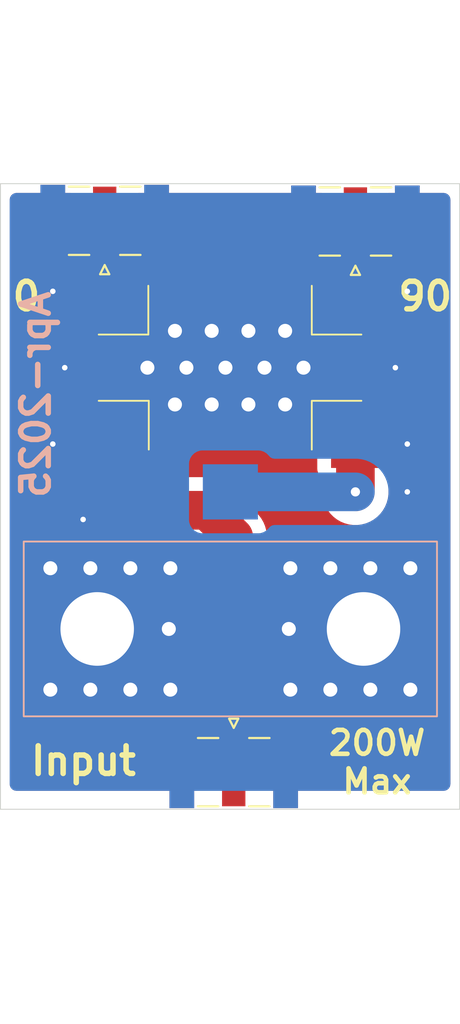
<source format=kicad_pcb>
(kicad_pcb (version 20240108) (generator "pcbnew") (generator_version "8.0")
  (layers (0 "F.Cu" signal) (31 "B.Cu" signal) (34 "B.Paste" user) (35 "F.Paste" user) (36 "B.SilkS" user "B.Silkscreen") (37 "F.SilkS" user "F.Silkscreen") (38 "B.Mask" user) (39 "F.Mask" user) (44 "Edge.Cuts" user))
  (net 0 "")
  (net 1 "GND")
  (net 2 "Net-(J0-In)")
  (net 3 "Net-(J90-In)")
  (net 4 "Net-(JIn1-In)")
  (net 5 "Net-(U1-ISO)")
  (footprint "Connector_Coaxial:SMA_Samtec_SMA-J-P-X-ST-EM1_EdgeMount" (layer "F.Cu") (at 139.325 108.2 180)
    (property "Reference" "J90" (hide yes))
    (property "Value" "~" (hide yes))
    (fp_line (start 0.84 2) (end 1.95 2) (stroke (width 0.12)) (layer "F.SilkS"))
    (fp_line (start 0.84 -1.71) (end 1.95 -1.71) (stroke (width 0.12)) (layer "F.SilkS"))
    (fp_line (start 0.25 -2.76) (end -0.25 -2.76) (stroke (width 0.12)) (layer "F.SilkS"))
    (fp_line (start 0 -2.26) (end 0.25 -2.76) (stroke (width 0.12)) (layer "F.SilkS"))
    (fp_line (start -0.25 -2.76) (end 0 -2.26) (stroke (width 0.12)) (layer "F.SilkS"))
    (fp_line (start -1.95 2) (end -0.84 2) (stroke (width 0.12)) (layer "F.SilkS"))
    (fp_line (start -1.95 -1.71) (end -0.84 -1.71) (stroke (width 0.12)) (layer "F.SilkS"))
    (pad "1" smd rect (at 0 0.2 180) (size 1.27 3.6) (layers "F.Cu" "F.Paste" "F.Mask") (net 3 "Net-(J90-In)"))
    (pad "2" smd rect (at -2.825 0 180) (size 1.35 4.2) (layers "F.Cu" "F.Paste" "F.Mask") (net 1 "GND"))
    (pad "2" smd rect (at -2.825 0 180) (size 1.35 4.2) (layers "B.Cu" "B.Paste" "B.Mask") (net 1 "GND"))
    (pad "2" smd rect (at 2.825 0 180) (size 1.35 4.2) (layers "F.Cu" "F.Paste" "F.Mask") (net 1 "GND"))
    (pad "2" smd rect (at 2.825 0 180) (size 1.35 4.2) (layers "B.Cu" "B.Paste" "B.Mask") (net 1 "GND"))
  )
  (footprint "Connector_Coaxial:SMA_Samtec_SMA-J-P-X-ST-EM1_EdgeMount" (layer "F.Cu") (at 125.675 108.1625 180)
    (property "Reference" "J0" (hide yes))
    (property "Value" "~" (hide yes))
    (fp_line (start 0.84 2) (end 1.95 2) (stroke (width 0.12)) (layer "F.SilkS"))
    (fp_line (start 0.84 -1.71) (end 1.95 -1.71) (stroke (width 0.12)) (layer "F.SilkS"))
    (fp_line (start 0.25 -2.76) (end -0.25 -2.76) (stroke (width 0.12)) (layer "F.SilkS"))
    (fp_line (start 0 -2.26) (end 0.25 -2.76) (stroke (width 0.12)) (layer "F.SilkS"))
    (fp_line (start -0.25 -2.76) (end 0 -2.26) (stroke (width 0.12)) (layer "F.SilkS"))
    (fp_line (start -1.95 2) (end -0.84 2) (stroke (width 0.12)) (layer "F.SilkS"))
    (fp_line (start -1.95 -1.71) (end -0.84 -1.71) (stroke (width 0.12)) (layer "F.SilkS"))
    (pad "1" smd rect (at 0 0.2 180) (size 1.27 3.6) (layers "F.Cu" "F.Paste" "F.Mask") (net 2 "Net-(J0-In)"))
    (pad "2" smd rect (at -2.825 0 180) (size 1.35 4.2) (layers "F.Cu" "F.Paste" "F.Mask") (net 1 "GND"))
    (pad "2" smd rect (at -2.825 0 180) (size 1.35 4.2) (layers "B.Cu" "B.Paste" "B.Mask") (net 1 "GND"))
    (pad "2" smd rect (at 2.825 0 180) (size 1.35 4.2) (layers "F.Cu" "F.Paste" "F.Mask") (net 1 "GND"))
    (pad "2" smd rect (at 2.825 0 180) (size 1.35 4.2) (layers "B.Cu" "B.Paste" "B.Mask") (net 1 "GND"))
  )
  (footprint "Connector_Coaxial:SMA_Samtec_SMA-J-P-X-ST-EM1_EdgeMount" (layer "F.Cu") (at 132.7 137.8375)
    (property "Reference" "JIn1" (hide yes))
    (property "Value" "~")
    (fp_line (start -1.95 -1.71) (end -0.84 -1.71) (stroke (width 0.12)) (layer "F.SilkS"))
    (fp_line (start -1.95 2) (end -0.84 2) (stroke (width 0.12)) (layer "F.SilkS"))
    (fp_line (start -0.25 -2.76) (end 0 -2.26) (stroke (width 0.12)) (layer "F.SilkS"))
    (fp_line (start 0 -2.26) (end 0.25 -2.76) (stroke (width 0.12)) (layer "F.SilkS"))
    (fp_line (start 0.25 -2.76) (end -0.25 -2.76) (stroke (width 0.12)) (layer "F.SilkS"))
    (fp_line (start 0.84 -1.71) (end 1.95 -1.71) (stroke (width 0.12)) (layer "F.SilkS"))
    (fp_line (start 0.84 2) (end 1.95 2) (stroke (width 0.12)) (layer "F.SilkS"))
    (pad "1" smd rect (at 0 0.2) (size 1.27 3.6) (layers "F.Cu" "F.Paste" "F.Mask") (net 4 "Net-(JIn1-In)"))
    (pad "2" smd rect (at -2.825 0) (size 1.35 4.2) (layers "F.Cu" "F.Paste" "F.Mask") (net 1 "GND"))
    (pad "2" smd rect (at -2.825 0) (size 1.35 4.2) (layers "B.Cu" "B.Paste" "B.Mask") (net 1 "GND"))
    (pad "2" smd rect (at 2.825 0) (size 1.35 4.2) (layers "F.Cu" "F.Paste" "F.Mask") (net 1 "GND"))
    (pad "2" smd rect (at 2.825 0) (size 1.35 4.2) (layers "B.Cu" "B.Paste" "B.Mask") (net 1 "GND"))
  )
  (footprint "Footprints:CMX03A03" (layer "F.Cu") (at 132.5 116)
    (property "Reference" "U1" (hide yes))
    (property "Value" "~" (hide yes))
    (fp_line (start -7.15 -1.8) (end -4.45 -1.8) (stroke (width 0.1)) (layer "F.SilkS"))
    (fp_line (start -4.45 -1.8) (end -4.45 -4.45) (stroke (width 0.1)) (layer "F.SilkS"))
    (fp_line (start -4.425 1.8) (end -7.15 1.8) (stroke (width 0.1)) (layer "F.SilkS"))
    (fp_line (start -4.425 4.45) (end -4.425 1.8) (stroke (width 0.1)) (layer "F.SilkS"))
    (fp_line (start 4.45 -4.45) (end 4.45 -1.8) (stroke (width 0.1)) (layer "F.SilkS"))
    (fp_line (start 4.45 -1.8) (end 7.15 -1.8) (stroke (width 0.1)) (layer "F.SilkS"))
    (fp_line (start 4.45 1.8) (end 4.45 4.45) (stroke (width 0.1)) (layer "F.SilkS"))
    (fp_line (start 7.15 1.8) (end 4.5 1.8) (stroke (width 0.1)) (layer "F.SilkS"))
    (pad "1" smd rect (at -6.825 -4.15 270) (size 2.6 2.65) (layers "F.Cu" "F.Paste" "F.Mask") (net 2 "Net-(J0-In)"))
    (pad "2" smd rect (at 6.825 -4.15 270) (size 2.6 2.65) (layers "F.Cu" "F.Paste" "F.Mask") (net 3 "Net-(J90-In)"))
    (pad "3" smd rect (at -6.825 4.15 270) (size 2.6 2.65) (layers "F.Cu" "F.Paste" "F.Mask") (net 4 "Net-(JIn1-In)"))
    (pad "4" smd rect (at 6.825 4.15 270) (size 2.6 2.65) (layers "F.Cu" "F.Paste" "F.Mask") (net 5 "Net-(U1-ISO)"))
    (pad "5" smd rect (at -7.15 0) (size 2 2) (layers "F.Cu" "F.Paste" "F.Mask") (net 1 "GND"))
    (pad "5" smd rect (at -6 0) (size 1.05 0.35) (layers "F.Cu" "F.Mask") (net 1 "GND"))
    (pad "5" thru_hole circle (at -4.5 0) (size 1.524 1.524) (drill 0.762) (layers "*.Cu" "*.Mask") (net 1 "GND"))
    (pad "5" thru_hole circle (at -3 -2) (size 1.524 1.524) (drill 0.762) (layers "*.Cu" "*.Mask") (net 1 "GND"))
    (pad "5" thru_hole circle (at -3 2) (size 1.524 1.524) (drill 0.762) (layers "*.Cu" "*.Mask") (net 1 "GND"))
    (pad "5" smd rect (at -2.925 -4.45 270) (size 2 2) (layers "F.Cu" "F.Paste" "F.Mask") (net 1 "GND"))
    (pad "5" smd rect (at -2.925 -3.25 90) (size 0.75 0.35) (layers "F.Cu" "F.Mask") (net 1 "GND"))
    (pad "5" smd rect (at -2.925 3.25 90) (size 0.75 0.35) (layers "F.Cu" "F.Mask") (net 1 "GND"))
    (pad "5" smd rect (at -2.925 4.45 270) (size 2 2) (layers "F.Cu" "F.Paste" "F.Mask") (net 1 "GND"))
    (pad "5" thru_hole circle (at -2.375 0) (size 1.524 1.524) (drill 0.762) (layers "*.Cu" "*.Mask") (net 1 "GND"))
    (pad "5" thru_hole circle (at -1 -2) (size 1.524 1.524) (drill 0.762) (layers "*.Cu" "*.Mask") (net 1 "GND"))
    (pad "5" thru_hole circle (at -1 2) (size 1.524 1.524) (drill 0.762) (layers "*.Cu" "*.Mask") (net 1 "GND"))
    (pad "5" thru_hole circle (at -0.25 0) (size 1.524 1.524) (drill 0.762) (layers "*.Cu" "*.Mask") (net 1 "GND"))
    (pad "5" smd rect (at -0.15 0.0125) (size 11.1 3.2) (layers "F.Cu" "F.Mask") (net 1 "GND"))
    (pad "5" smd custom (at 0 0 270) (size 6 8.25) (layers "F.Cu" "F.Mask") (net 1 "GND") (options (clearance outline) (anchor rect)) (primitives))
    (pad "5" thru_hole circle (at 1 -2) (size 1.524 1.524) (drill 0.762) (layers "*.Cu" "*.Mask") (net 1 "GND"))
    (pad "5" thru_hole circle (at 1 2) (size 1.524 1.524) (drill 0.762) (layers "*.Cu" "*.Mask") (net 1 "GND"))
    (pad "5" thru_hole circle (at 1.875 0) (size 1.524 1.524) (drill 0.762) (layers "*.Cu" "*.Mask") (net 1 "GND"))
    (pad "5" smd rect (at 2.95 -4.45 270) (size 2 2) (layers "F.Cu" "F.Paste" "F.Mask") (net 1 "GND"))
    (pad "5" smd rect (at 2.95 -3.25 90) (size 0.75 0.35) (layers "F.Cu" "F.Mask") (net 1 "GND"))
    (pad "5" smd rect (at 2.95 3.25 90) (size 0.75 0.35) (layers "F.Cu" "F.Mask") (net 1 "GND"))
    (pad "5" smd rect (at 2.95 4.45 270) (size 2 2) (layers "F.Cu" "F.Paste" "F.Mask") (net 1 "GND"))
    (pad "5" thru_hole circle (at 3 -2) (size 1.524 1.524) (drill 0.762) (layers "*.Cu" "*.Mask") (net 1 "GND"))
    (pad "5" thru_hole circle (at 3 2) (size 1.524 1.524) (drill 0.762) (layers "*.Cu" "*.Mask") (net 1 "GND"))
    (pad "5" thru_hole circle (at 4 0) (size 1.524 1.524) (drill 0.762) (layers "*.Cu" "*.Mask") (net 1 "GND"))
    (pad "5" smd rect (at 5.75 0) (size 1.05 0.35) (layers "F.Cu" "F.Mask") (net 1 "GND"))
    (pad "5" smd rect (at 7.15 0) (size 2 2) (layers "F.Cu" "F.Paste" "F.Mask") (net 1 "GND"))
  )
  (footprint "Footprints:G150N_Middle" (layer "B.Cu") (at 132.516662 130.75 180)
    (property "Reference" "R1" (hide yes))
    (property "Value" "G150N" (hide yes))
    (fp_rect (start -11.25 5.3) (end 11.25 -4.2) (stroke (width 0.1)) (fill none) (layer "B.SilkS"))
    (pad "1" smd rect (at 0 8 270) (size 3 3) (layers "B.Cu" "B.Paste" "B.Mask") (net 5 "Net-(U1-ISO)"))
    (pad "2" thru_hole circle (at -9.8 -2.75 180) (size 1.524 1.524) (drill 0.762) (layers "*.Cu" "*.Mask") (net 1 "GND"))
    (pad "2" thru_hole circle (at -9.8 3.85 180) (size 1.524 1.524) (drill 0.762) (layers "*.Cu" "*.Mask") (net 1 "GND"))
    (pad "2" thru_hole circle (at -7.622223 -2.75 180) (size 1.524 1.524) (drill 0.762) (layers "*.Cu" "*.Mask") (net 1 "GND"))
    (pad "2" thru_hole circle (at -7.622223 3.85 180) (size 1.524 1.524) (drill 0.762) (layers "*.Cu" "*.Mask") (net 1 "GND"))
    (pad "2" thru_hole circle (at -7.25 0.55 270) (size 5 5) (drill 4) (layers "*.Cu" "*.Mask") (net 1 "GND"))
    (pad "2" smd rect (at -6.75 0.3 270) (size 8.9 8.9) (layers "F.Cu" "F.Mask") (net 1 "GND"))
    (pad "2" smd rect (at -6.75 0.3 270) (size 8.9 8.9) (layers "B.Cu" "B.Mask") (net 1 "GND"))
    (pad "2" thru_hole circle (at -5.444446 -2.75 180) (size 1.524 1.524) (drill 0.762) (layers "*.Cu" "*.Mask") (net 1 "GND"))
    (pad "2" thru_hole circle (at -5.444446 3.85 180) (size 1.524 1.524) (drill 0.762) (layers "*.Cu" "*.Mask") (net 1 "GND"))
    (pad "2" thru_hole circle (at -3.266669 -2.75 180) (size 1.524 1.524) (drill 0.762) (layers "*.Cu" "*.Mask") (net 1 "GND"))
    (pad "2" thru_hole circle (at -3.266669 3.85 180) (size 1.524 1.524) (drill 0.762) (layers "*.Cu" "*.Mask") (net 1 "GND"))
    (pad "2" thru_hole circle (at -3.183331 0.55 180) (size 1.524 1.524) (drill 0.762) (layers "*.Cu" "*.Mask") (net 1 "GND"))
    (pad "2" thru_hole circle (at 3.266662 -2.75 180) (size 1.524 1.524) (drill 0.762) (layers "*.Cu" "*.Mask") (net 1 "GND"))
    (pad "2" thru_hole circle (at 3.266662 3.85 180) (size 1.524 1.524) (drill 0.762) (layers "*.Cu" "*.Mask") (net 1 "GND"))
    (pad "2" thru_hole circle (at 3.35 0.55 180) (size 1.524 1.524) (drill 0.762) (layers "*.Cu" "*.Mask") (net 1 "GND"))
    (pad "2" thru_hole circle (at 5.444439 -2.75 180) (size 1.524 1.524) (drill 0.762) (layers "*.Cu" "*.Mask") (net 1 "GND"))
    (pad "2" thru_hole circle (at 5.444439 3.85 180) (size 1.524 1.524) (drill 0.762) (layers "*.Cu" "*.Mask") (net 1 "GND"))
    (pad "2" smd rect (at 6.75 0.3 270) (size 8.9 8.9) (layers "F.Cu" "F.Mask") (net 1 "GND"))
    (pad "2" smd rect (at 6.75 0.3 270) (size 8.9 8.9) (layers "B.Cu" "B.Mask") (net 1 "GND"))
    (pad "2" thru_hole circle (at 7.25 0.55 270) (size 5 5) (drill 4) (layers "*.Cu" "*.Mask") (net 1 "GND"))
    (pad "2" thru_hole circle (at 7.622216 -2.75 180) (size 1.524 1.524) (drill 0.762) (layers "*.Cu" "*.Mask") (net 1 "GND"))
    (pad "2" thru_hole circle (at 7.622216 3.85 180) (size 1.524 1.524) (drill 0.762) (layers "*.Cu" "*.Mask") (net 1 "GND"))
    (pad "2" thru_hole circle (at 9.8 -2.75 180) (size 1.524 1.524) (drill 0.762) (layers "*.Cu" "*.Mask") (net 1 "GND"))
    (pad "2" thru_hole circle (at 9.8 3.85 180) (size 1.524 1.524) (drill 0.762) (layers "*.Cu" "*.Mask") (net 1 "GND"))
  )
  (gr_rect (start 120 106) (end 145 140) (stroke (width 0.05)) (fill none) (layer "Edge.Cuts"))
  (gr_text "Apr-2025" (at 122.8 111.7 90) (layer "B.SilkS") (effects (font (size 1.5 1.5) (thickness 0.3) (bold yes)) (justify left bottom mirror)))
  (gr_text "200W\nMax" (at 140.5 139.25 0) (layer "F.SilkS") (effects (font (size 1.3 1.3) (thickness 0.25) (bold yes)) (justify bottom)))
  (gr_text "Input" (at 121.5 138.25 0) (layer "F.SilkS") (effects (font (size 1.5 1.5) (thickness 0.3) (bold yes)) (justify left bottom)))
  (gr_text "0" (at 120.5 113 0) (layer "F.SilkS") (effects (font (size 1.5 1.5) (thickness 0.3) (bold yes)) (justify left bottom)))
  (gr_text "90" (at 141.5 113 0) (layer "F.SilkS") (effects (font (size 1.5 1.5) (thickness 0.3) (bold yes)) (justify left bottom)))
  (via (at 141.5 116) (size 0.6) (drill 0.3) (layers "F.Cu" "B.Cu") (net 1))
  (via (at 142.15 122.75) (size 0.6) (drill 0.3) (layers "F.Cu" "B.Cu") (net 1))
  (via (at 124.5 124.25) (size 0.6) (drill 0.3) (layers "F.Cu" "B.Cu") (net 1))
  (via (at 123.5 116) (size 0.6) (drill 0.3) (layers "F.Cu" "B.Cu") (net 1))
  (via (at 142.15 111.85) (size 0.6) (drill 0.3) (layers "F.Cu" "B.Cu") (net 1))
  (via (at 122.85 111.85) (size 0.6) (drill 0.3) (layers "F.Cu" "B.Cu") (net 1))
  (via (at 142.15 120.15) (size 0.6) (drill 0.3) (layers "F.Cu" "B.Cu") (net 1))
  (via (at 122.85 120.15) (size 0.6) (drill 0.3) (layers "F.Cu" "B.Cu") (net 1))
  (segment (start 125.675 107.9625) (end 125.675 111.85) (width 2.1) (layer "F.Cu") (net 2))
  (segment (start 139.325 108) (end 139.325 111.85) (width 2.1) (layer "F.Cu") (net 3))
  (segment (start 125.675 121.925) (end 127.5 123.75) (width 2.1) (layer "F.Cu") (net 4))
  (segment (start 125.675 120.15) (end 125.675 121.925) (width 2.1) (layer "F.Cu") (net 4))
  (segment (start 132.7 125.2) (end 132.7 138.0375) (width 2.1) (layer "F.Cu") (net 4))
  (segment (start 131.25 123.75) (end 132.7 125.2) (width 2.1) (layer "F.Cu") (net 4))
  (segment (start 127.5 123.75) (end 131.25 123.75) (width 2.1) (layer "F.Cu") (net 4))
  (segment (start 139.325 122.75) (end 139.325 120.15) (width 2.1) (layer "F.Cu") (net 5))
  (via (at 139.325 122.75) (size 1.18) (drill 0.5) (layers "F.Cu" "B.Cu") (net 5))
  (segment (start 132.516662 122.75) (end 139.325 122.75) (width 2.1) (layer "B.Cu") (net 5))
  (zone (net 1) (net_name "GND") (layers "F&B.Cu") (connect_pads yes (clearance 0.75)) (min_thickness 0.75) (fill yes (thermal_gap 0.5) (thermal_bridge_width 0.5))
    (polygon (pts (xy 120 106) (xy 145 106) (xy 145 139) (xy 120 139)))
  )
)
</source>
